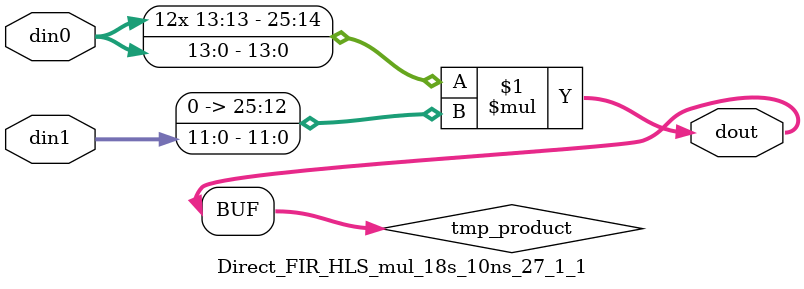
<source format=v>

`timescale 1 ns / 1 ps

 module Direct_FIR_HLS_mul_18s_10ns_27_1_1(din0, din1, dout);
parameter ID = 1;
parameter NUM_STAGE = 0;
parameter din0_WIDTH = 14;
parameter din1_WIDTH = 12;
parameter dout_WIDTH = 26;

input [din0_WIDTH - 1 : 0] din0; 
input [din1_WIDTH - 1 : 0] din1; 
output [dout_WIDTH - 1 : 0] dout;

wire signed [dout_WIDTH - 1 : 0] tmp_product;


























assign tmp_product = $signed(din0) * $signed({1'b0, din1});









assign dout = tmp_product;





















endmodule

</source>
